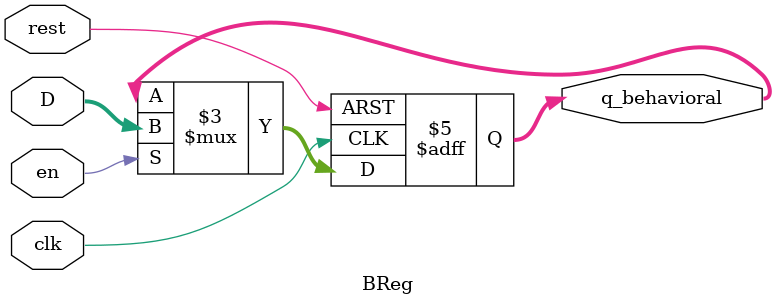
<source format=sv>
`timescale 1ns / 1ps


module BReg( 
 input logic clk,
 input logic rest,
 input logic en,
 input logic [3:0]D,
 
 output logic [3:0]q_behavioral );
   

 always @ (posedge clk,  negedge rest)
    begin
    if (rest == 0) 
    q_behavioral<=1'b0 ;
    else if (en)
    q_behavioral<=D;
    
    end



endmodule

</source>
